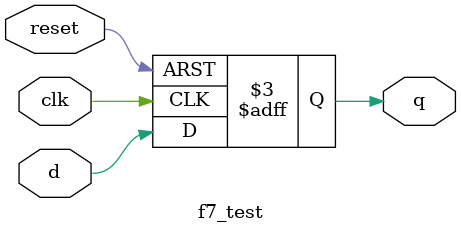
<source format=v>

module f1_test;
endmodule

// test_parser_constructs_param_basic0_test.v
module f2_test #( parameter v2kparam = 5)
(in, out, io, vin, vout, vio);
input in;
output out;
inout io;
input [3:0] vin;
output [v2kparam:0] vout;
inout [0:3] vio;
parameter myparam = 10;
endmodule

// test_parser_constructs_port_basic0_test.v
module f3_test(in, out, io, vin, vout, vio);
input in;
output out;
inout io;
input [3:0] vin;
output [3:0] vout;
inout [0:3] vio;
endmodule

// test_parser_directives_define_simpledef_test.v
`define parvez ahmad
`define  WIRE wire
`define TEN 10

module f4_`parvez();
parameter param = `TEN;
`WIRE w;
assign w = `TEN;
endmodule

// test_parser_misc_operators_test.v
module f5_test(out, i0, i1, i2, i3, s1, s0);
output out;
input i0, i1, i2, i3;
input s1, s0;

assign out = (~s1 & s0 & i0) |
			 (~s1 & s0 & i1) |
			 (s1 & ~s0 & i2) |
			 (s1 & s0 & i3);

endmodule

module f5_ternaryop(out, i0, i1, i2, i3, s1, s0);
output out;
input i0, i1, i2, i3;
input s1, s0;

assign out = s1 ? (s0 ? i3 : i2) : (s0 ? i1 : i0);

endmodule

module f5_fulladd4(sum, c_out, a, b, c_in);
output [3:0] sum;
output c_out;
input [3:0] a, b;
input c_in;

assign {c_out, sum} = a + b + c_in;
endmodule

// test_parser_v2k_comb_port_data_type_test.v
module f6_adder(sum , co, a, b, ci);
output	reg		[31:0]	sum;
output	reg				co;
input	wire	[31:0]	a, b;
input wire				ci;
endmodule

// test_parser_v2k_comma_sep_sens_list_test.v
module f7_test(q, d, clk, reset);
output reg q;
input d, clk, reset;

always @ (posedge clk, negedge reset)
	if(!reset) q <= 0;
	else q <= d;

endmodule

</source>
